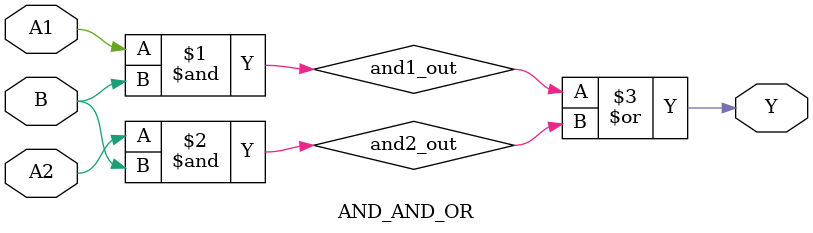
<source format=v>
module AND_AND_OR (
    input wire A1,  // First AND gate input
    input wire A2,  // Second AND gate input
    input wire B,   // Shared input for both AND gates
    output wire Y   // Final OR gate output
);
    wire and1_out, and2_out; // Wires to hold AND gate outputs

    assign and1_out = A1 & B;  // First AND gate
    assign and2_out = A2 & B;  // Second AND gate
    assign Y = and1_out | and2_out; // OR gate

endmodule

</source>
